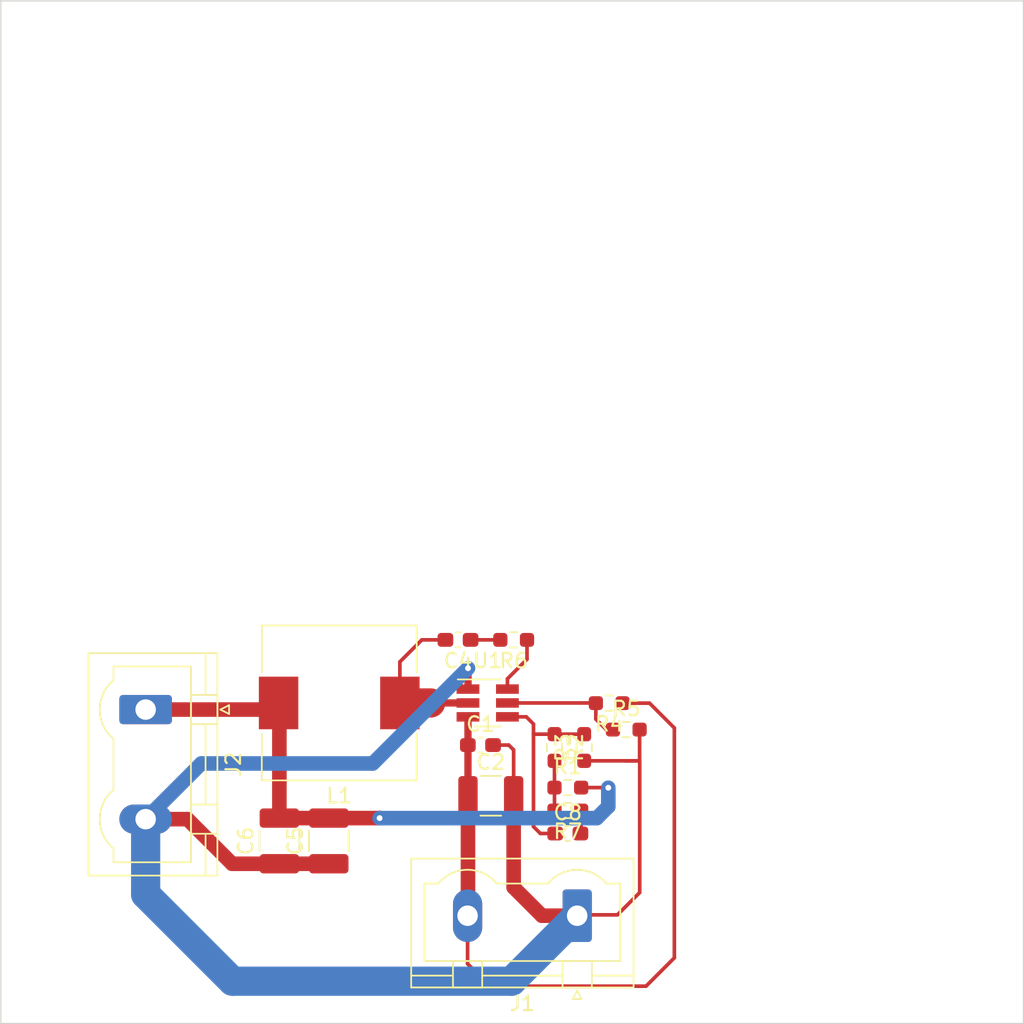
<source format=kicad_pcb>
(kicad_pcb (version 20221018) (generator pcbnew)
  (layers (0 "F.Cu" signal) (31 "B.Cu" signal) (34 "B.Paste" user) (35 "F.Paste" user) (36 "B.SilkS" user "B.Silkscreen") (37 "F.SilkS" user "F.Silkscreen") (38 "B.Mask" user) (39 "F.Mask" user) (44 "Edge.Cuts" user))
  (net 0 "")
  (net 1 "/VIN")
  (net 2 "GND")
  (net 3 "Net-(C4-Pad1)")
  (net 4 "/SW")
  (net 5 "Net-(J2-Pin_1)")
  (net 6 "/VSENSE")
  (net 7 "Net-(C8-Pad2)")
  (net 8 "Net-(R1-Pad1)")
  (net 9 "/EN")
  (net 10 "/BOOT")
  (footprint "Resistor_SMD:R_0603_1608Metric_Pad0.98x0.95mm_HandSolder" (layer "F.Cu") (at 72.898 86.106 -90)
    (fp_text reference "R2" (at 0 -1.43 90) (layer "F.SilkS"))
    (fp_text value "100k")
    (fp_line (start -0.254724 -0.5225) (end 0.254724 -0.5225) (stroke (width 0.12)) (layer "F.SilkS"))
    (fp_line (start -0.254724 0.5225) (end 0.254724 0.5225) (stroke (width 0.12)) (layer "F.SilkS"))
    (pad "1" smd roundrect (at -0.9125 0 270) (size 0.975 0.95) (layers "F.Cu" "F.Paste" "F.Mask") (net 6 "/VSENSE"))
    (pad "2" smd roundrect (at 0.9125 0 270) (size 0.975 0.95) (layers "F.Cu" "F.Paste" "F.Mask") (net 8 "Net-(R1-Pad1)"))
  )
  (footprint "Capacitor_SMD:C_1210_3225Metric_Pad1.33x2.70mm_HandSolder" (layer "F.Cu") (at 57.45 92.5 90)
    (fp_text reference "C5" (at 0 -2.3 90) (layer "F.SilkS"))
    (fp_text value "22uF")
    (fp_line (start -0.711252 -1.36) (end 0.711252 -1.36) (stroke (width 0.12)) (layer "F.SilkS"))
    (fp_line (start -0.711252 1.36) (end 0.711252 1.36) (stroke (width 0.12)) (layer "F.SilkS"))
    (pad "1" smd roundrect (at -1.5625 0 90) (size 1.325 2.7) (layers "F.Cu" "F.Paste" "F.Mask") (roundrect_rratio 0.188679) (net 2 "GND"))
    (pad "2" smd roundrect (at 1.5625 0 90) (size 1.325 2.7) (layers "F.Cu" "F.Paste" "F.Mask") (roundrect_rratio 0.188679) (net 5 "Net-(J2-Pin_1)"))
  )
  (footprint "Connector_Phoenix_GMSTB:PhoenixContact_GMSTBVA_2,5_2-G_1x02_P7.50mm_Vertical" (layer "F.Cu") (at 70.76 97.6175 180)
    (fp_text reference "J1" (at 0.06 -6) (layer "F.SilkS"))
    (fp_text value "Conn_01x02")
    (fp_line (start -7.55 -4.91) (end -7.55 3.91) (stroke (width 0.12)) (layer "F.SilkS"))
    (fp_line (start -7.55 -4.1) (end -4.8 -4.1) (stroke (width 0.12)) (layer "F.SilkS"))
    (fp_line (start -7.55 3.91) (end 7.67 3.91) (stroke (width 0.12)) (layer "F.SilkS"))
    (fp_line (start -6.64 -3.1) (end 6.76 -3.1) (stroke (width 0.12)) (layer "F.SilkS"))
    (fp_line (start -6.64 2.2) (end -6.64 -3.1) (stroke (width 0.12)) (layer "F.SilkS"))
    (fp_line (start -5.69 2.2) (end -6.64 2.2) (stroke (width 0.12)) (layer "F.SilkS"))
    (fp_line (start -4.69 -4.91) (end -2.69 -4.91) (stroke (width 0.12)) (layer "F.SilkS"))
    (fp_line (start -4.69 -3.1) (end -4.69 -4.91) (stroke (width 0.12)) (layer "F.SilkS"))
    (fp_line (start -3.99 -5.71) (end -3.39 -5.71) (stroke (width 0.12)) (layer "F.SilkS"))
    (fp_line (start -3.69 -5.11) (end -3.99 -5.71) (stroke (width 0.12)) (layer "F.SilkS"))
    (fp_line (start -3.39 -5.71) (end -3.69 -5.11) (stroke (width 0.12)) (layer "F.SilkS"))
    (fp_line (start -2.69 -4.91) (end -2.69 -3.1) (stroke (width 0.12)) (layer "F.SilkS"))
    (fp_line (start -2.69 -4.1) (end 2.81 -4.1) (stroke (width 0.12)) (layer "F.SilkS"))
    (fp_line (start -2.69 -3.1) (end -4.69 -3.1) (stroke (width 0.12)) (layer "F.SilkS"))
    (fp_line (start -1.69 2.2) (end 1.81 2.2) (stroke (width 0.12)) (layer "F.SilkS"))
    (fp_line (start 2.81 -4.91) (end 4.81 -4.91) (stroke (width 0.12)) (layer "F.SilkS"))
    (fp_line (start 2.81 -3.1) (end 2.81 -4.91) (stroke (width 0.12)) (layer "F.SilkS"))
    (fp_line (start 4.81 -4.91) (end 4.81 -3.1) (stroke (width 0.12)) (layer "F.SilkS"))
    (fp_line (start 4.81 -3.1) (end 2.81 -3.1) (stroke (width 0.12)) (layer "F.SilkS"))
    (fp_line (start 6.76 -3.1) (end 6.76 2.2) (stroke (width 0.12)) (layer "F.SilkS"))
    (fp_line (start 6.76 2.2) (end 5.81 2.2) (stroke (width 0.12)) (layer "F.SilkS"))
    (fp_line (start 7.67 -4.91) (end -7.55 -4.91) (stroke (width 0.12)) (layer "F.SilkS"))
    (fp_line (start 7.67 -4.1) (end 4.92 -4.1) (stroke (width 0.12)) (layer "F.SilkS"))
    (fp_line (start 7.67 3.91) (end 7.67 -4.91) (stroke (width 0.12)) (layer "F.SilkS"))
    (fp_arc (start -1.703158 2.215821) (mid -3.700289 3.142758) (end -5.69 2.2) (stroke (width 0.12)) (layer "F.SilkS"))
    (fp_arc (start 5.796842 2.215821) (mid 3.799711 3.142758) (end 1.81 2.2) (stroke (width 0.12)) (layer "F.SilkS"))
    (pad "1" thru_hole roundrect (at -3.69 0 180) (size 2 3.6) (drill 1.4) (layers "*.Cu" "*.Mask") (roundrect_rratio 0.125) (net 2 "GND"))
    (pad "2" thru_hole oval (at 3.81 0 180) (size 2 3.6) (drill 1.4) (layers "*.Cu" "*.Mask") (net 1 "/VIN"))
  )
  (footprint "Resistor_SMD:R_0603_1608Metric_Pad0.98x0.95mm_HandSolder" (layer "F.Cu") (at 76.64 83.07 180)
    (fp_text reference "R4" (at 0 -1.43 180) (layer "F.SilkS"))
    (fp_text value "510k")
    (fp_line (start -0.254724 -0.5225) (end 0.254724 -0.5225) (stroke (width 0.12)) (layer "F.SilkS"))
    (fp_line (start -0.254724 0.5225) (end 0.254724 0.5225) (stroke (width 0.12)) (layer "F.SilkS"))
    (pad "1" smd roundrect (at -0.9125 0 180) (size 0.975 0.95) (layers "F.Cu" "F.Paste" "F.Mask") (net 1 "/VIN"))
    (pad "2" smd roundrect (at 0.9125 0 180) (size 0.975 0.95) (layers "F.Cu" "F.Paste" "F.Mask") (net 9 "/EN"))
  )
  (footprint "Resistor_SMD:R_0603_1608Metric_Pad0.98x0.95mm_HandSolder" (layer "F.Cu") (at 74.93 86.106 90)
    (fp_text reference "R3" (at 0 -1.43 90) (layer "F.SilkS"))
    (fp_text value "13.3k")
    (fp_line (start -0.254724 -0.5225) (end 0.254724 -0.5225) (stroke (width 0.12)) (layer "F.SilkS"))
    (fp_line (start -0.254724 0.5225) (end 0.254724 0.5225) (stroke (width 0.12)) (layer "F.SilkS"))
    (pad "1" smd roundrect (at -0.9125 0 90) (size 0.975 0.95) (layers "F.Cu" "F.Paste" "F.Mask") (net 2 "GND"))
    (pad "2" smd roundrect (at 0.9125 0 90) (size 0.975 0.95) (layers "F.Cu" "F.Paste" "F.Mask") (net 6 "/VSENSE"))
  )
  (footprint "Capacitor_SMD:C_0603_1608Metric_Pad1.08x0.95mm_HandSolder" (layer "F.Cu") (at 67.83 85.94)
    (fp_text reference "C1" (at 0 -1.43) (layer "F.SilkS"))
    (fp_text value "0.1uF")
    (fp_line (start -0.146267 -0.51) (end 0.146267 -0.51) (stroke (width 0.12)) (layer "F.SilkS"))
    (fp_line (start -0.146267 0.51) (end 0.146267 0.51) (stroke (width 0.12)) (layer "F.SilkS"))
    (pad "1" smd roundrect (at -0.8625 0) (size 1.075 0.95) (layers "F.Cu" "F.Paste" "F.Mask") (net 1 "/VIN"))
    (pad "2" smd roundrect (at 0.8625 0) (size 1.075 0.95) (layers "F.Cu" "F.Paste" "F.Mask") (net 2 "GND"))
  )
  (footprint "Inductor_SMD:L_10.4x10.4_H4.8" (layer "F.Cu") (at 58.166 83.058 180)
    (fp_text reference "L1" (at 0 -6.35) (layer "F.SilkS"))
    (fp_text value "15uH")
    (fp_line (start -5.3 -5.3) (end 5.3 -5.3) (stroke (width 0.12)) (layer "F.SilkS"))
    (fp_line (start -5.3 -2.1) (end -5.3 -5.3) (stroke (width 0.12)) (layer "F.SilkS"))
    (fp_line (start -5.3 5.3) (end -5.3 2.1) (stroke (width 0.12)) (layer "F.SilkS"))
    (fp_line (start 5.3 -5.3) (end 5.3 -2.1) (stroke (width 0.12)) (layer "F.SilkS"))
    (fp_line (start 5.3 2.1) (end 5.3 5.3) (stroke (width 0.12)) (layer "F.SilkS"))
    (fp_line (start 5.3 5.3) (end -5.3 5.3) (stroke (width 0.12)) (layer "F.SilkS"))
    (pad "1" smd rect (at -4.15 0 180) (size 2.7 3.6) (layers "F.Cu" "F.Paste" "F.Mask") (net 4 "/SW"))
    (pad "2" smd rect (at 4.15 0 180) (size 2.7 3.6) (layers "F.Cu" "F.Paste" "F.Mask") (net 5 "Net-(J2-Pin_1)"))
  )
  (footprint "Resistor_SMD:R_0603_1608Metric_Pad0.98x0.95mm_HandSolder" (layer "F.Cu") (at 77.81 84.88)
    (fp_text reference "R5" (at 0 -1.43) (layer "F.SilkS"))
    (fp_text value "105k")
    (fp_line (start -0.254724 -0.5225) (end 0.254724 -0.5225) (stroke (width 0.12)) (layer "F.SilkS"))
    (fp_line (start -0.254724 0.5225) (end 0.254724 0.5225) (stroke (width 0.12)) (layer "F.SilkS"))
    (pad "1" smd roundrect (at -0.9125 0) (size 0.975 0.95) (layers "F.Cu" "F.Paste" "F.Mask") (net 9 "/EN"))
    (pad "2" smd roundrect (at 0.9125 0) (size 0.975 0.95) (layers "F.Cu" "F.Paste" "F.Mask") (net 2 "GND"))
  )
  (footprint "Resistor_SMD:R_0603_1608Metric_Pad0.98x0.95mm_HandSolder" (layer "F.Cu") (at 73.81 88.85)
    (fp_text reference "R1" (at 0 -1.43) (layer "F.SilkS"))
    (fp_text value "49.9")
    (fp_line (start -0.254724 -0.5225) (end 0.254724 -0.5225) (stroke (width 0.12)) (layer "F.SilkS"))
    (fp_line (start -0.254724 0.5225) (end 0.254724 0.5225) (stroke (width 0.12)) (layer "F.SilkS"))
    (pad "1" smd roundrect (at -0.9125 0) (size 0.975 0.95) (layers "F.Cu" "F.Paste" "F.Mask") (net 8 "Net-(R1-Pad1)"))
    (pad "2" smd roundrect (at 0.9125 0) (size 0.975 0.95) (layers "F.Cu" "F.Paste" "F.Mask") (net 5 "Net-(J2-Pin_1)"))
  )
  (footprint "Capacitor_SMD:C_1210_3225Metric_Pad1.33x2.70mm_HandSolder" (layer "F.Cu") (at 68.54 89.41)
    (fp_text reference "C2" (at 0 -2.3) (layer "F.SilkS"))
    (fp_text value "10uF")
    (fp_line (start -0.711252 -1.36) (end 0.711252 -1.36) (stroke (width 0.12)) (layer "F.SilkS"))
    (fp_line (start -0.711252 1.36) (end 0.711252 1.36) (stroke (width 0.12)) (layer "F.SilkS"))
    (pad "1" smd roundrect (at -1.5625 0) (size 1.325 2.7) (layers "F.Cu" "F.Paste" "F.Mask") (roundrect_rratio 0.188679) (net 1 "/VIN"))
    (pad "2" smd roundrect (at 1.5625 0) (size 1.325 2.7) (layers "F.Cu" "F.Paste" "F.Mask") (roundrect_rratio 0.188679) (net 2 "GND"))
  )
  (footprint "Package_TO_SOT_SMD:SOT-23-6_Handsoldering" (layer "F.Cu") (at 68.326 83.058)
    (fp_text reference "U1" (at 0 -2.9) (layer "F.SilkS"))
    (fp_text value "~")
    (fp_line (start -0.9 1.61) (end 0.9 1.61) (stroke (width 0.12)) (layer "F.SilkS"))
    (fp_line (start 0.9 -1.61) (end -2.05 -1.61) (stroke (width 0.12)) (layer "F.SilkS"))
    (pad "1" smd rect (at -1.35 -0.95) (size 1.56 0.65) (layers "F.Cu" "F.Paste" "F.Mask") (net 2 "GND"))
    (pad "2" smd rect (at -1.35 0) (size 1.56 0.65) (layers "F.Cu" "F.Paste" "F.Mask") (net 4 "/SW"))
    (pad "3" smd rect (at -1.35 0.95) (size 1.56 0.65) (layers "F.Cu" "F.Paste" "F.Mask") (net 1 "/VIN"))
    (pad "4" smd rect (at 1.35 0.95) (size 1.56 0.65) (layers "F.Cu" "F.Paste" "F.Mask") (net 6 "/VSENSE"))
    (pad "5" smd rect (at 1.35 0) (size 1.56 0.65) (layers "F.Cu" "F.Paste" "F.Mask") (net 9 "/EN"))
    (pad "6" smd rect (at 1.35 -0.95) (size 1.56 0.65) (layers "F.Cu" "F.Paste" "F.Mask") (net 10 "/BOOT"))
  )
  (footprint "Capacitor_SMD:C_0603_1608Metric_Pad1.08x0.95mm_HandSolder" (layer "F.Cu") (at 66.294 78.74 180)
    (fp_text reference "C4" (at 0 -1.43) (layer "F.SilkS"))
    (fp_text value "0.1uF")
    (fp_line (start -0.146267 -0.51) (end 0.146267 -0.51) (stroke (width 0.12)) (layer "F.SilkS"))
    (fp_line (start -0.146267 0.51) (end 0.146267 0.51) (stroke (width 0.12)) (layer "F.SilkS"))
    (pad "1" smd roundrect (at -0.8625 0 180) (size 1.075 0.95) (layers "F.Cu" "F.Paste" "F.Mask") (net 3 "Net-(C4-Pad1)"))
    (pad "2" smd roundrect (at 0.8625 0 180) (size 1.075 0.95) (layers "F.Cu" "F.Paste" "F.Mask") (net 4 "/SW"))
  )
  (footprint "Resistor_SMD:R_0603_1608Metric_Pad0.98x0.95mm_HandSolder" (layer "F.Cu") (at 70.104 78.74 180)
    (fp_text reference "R6" (at 0 -1.43) (layer "F.SilkS"))
    (fp_text value "0")
    (fp_line (start -0.254724 -0.5225) (end 0.254724 -0.5225) (stroke (width 0.12)) (layer "F.SilkS"))
    (fp_line (start -0.254724 0.5225) (end 0.254724 0.5225) (stroke (width 0.12)) (layer "F.SilkS"))
    (pad "1" smd roundrect (at -0.9125 0 180) (size 0.975 0.95) (layers "F.Cu" "F.Paste" "F.Mask") (net 10 "/BOOT"))
    (pad "2" smd roundrect (at 0.9125 0 180) (size 0.975 0.95) (layers "F.Cu" "F.Paste" "F.Mask") (net 3 "Net-(C4-Pad1)"))
  )
  (footprint "Capacitor_SMD:C_0603_1608Metric_Pad1.08x0.95mm_HandSolder" (layer "F.Cu") (at 73.81 91.99)
    (fp_text reference "C8" (at 0 -1.43) (layer "F.SilkS"))
    (fp_text value "75pF")
    (fp_line (start -0.146267 -0.51) (end 0.146267 -0.51) (stroke (width 0.12)) (layer "F.SilkS"))
    (fp_line (start -0.146267 0.51) (end 0.146267 0.51) (stroke (width 0.12)) (layer "F.SilkS"))
    (pad "1" smd roundrect (at -0.8625 0) (size 1.075 0.95) (layers "F.Cu" "F.Paste" "F.Mask") (net 6 "/VSENSE"))
    (pad "2" smd roundrect (at 0.8625 0) (size 1.075 0.95) (layers "F.Cu" "F.Paste" "F.Mask") (net 7 "Net-(C8-Pad2)"))
  )
  (footprint "Capacitor_SMD:C_1210_3225Metric_Pad1.33x2.70mm_HandSolder" (layer "F.Cu") (at 54.07 92.5 90)
    (fp_text reference "C6" (at 0 -2.3 90) (layer "F.SilkS"))
    (fp_text value "22uF")
    (fp_line (start -0.711252 -1.36) (end 0.711252 -1.36) (stroke (width 0.12)) (layer "F.SilkS"))
    (fp_line (start -0.711252 1.36) (end 0.711252 1.36) (stroke (width 0.12)) (layer "F.SilkS"))
    (pad "1" smd roundrect (at -1.5625 0 90) (size 1.325 2.7) (layers "F.Cu" "F.Paste" "F.Mask") (roundrect_rratio 0.188679) (net 2 "GND"))
    (pad "2" smd roundrect (at 1.5625 0 90) (size 1.325 2.7) (layers "F.Cu" "F.Paste" "F.Mask") (roundrect_rratio 0.188679) (net 5 "Net-(J2-Pin_1)"))
  )
  (footprint "Resistor_SMD:R_0603_1608Metric_Pad0.98x0.95mm_HandSolder" (layer "F.Cu") (at 73.81 90.42 180)
    (fp_text reference "R7" (at 0 -1.43) (layer "F.SilkS"))
    (fp_text value "0")
    (fp_line (start -0.254724 -0.5225) (end 0.254724 -0.5225) (stroke (width 0.12)) (layer "F.SilkS"))
    (fp_line (start -0.254724 0.5225) (end 0.254724 0.5225) (stroke (width 0.12)) (layer "F.SilkS"))
    (pad "1" smd roundrect (at -0.9125 0 180) (size 0.975 0.95) (layers "F.Cu" "F.Paste" "F.Mask") (net 7 "Net-(C8-Pad2)"))
    (pad "2" smd roundrect (at 0.9125 0 180) (size 0.975 0.95) (layers "F.Cu" "F.Paste" "F.Mask") (net 8 "Net-(R1-Pad1)"))
  )
  (footprint "Connector_Phoenix_GMSTB:PhoenixContact_GMSTBVA_2,5_2-G_1x02_P7.50mm_Vertical" (layer "F.Cu") (at 44.9175 87.2 -90)
    (fp_text reference "J2" (at 0.06 -6 90) (layer "F.SilkS"))
    (fp_text value "Conn_01x02")
    (fp_line (start -7.55 -4.91) (end -7.55 3.91) (stroke (width 0.12)) (layer "F.SilkS"))
    (fp_line (start -7.55 -4.1) (end -4.8 -4.1) (stroke (width 0.12)) (layer "F.SilkS"))
    (fp_line (start -7.55 3.91) (end 7.67 3.91) (stroke (width 0.12)) (layer "F.SilkS"))
    (fp_line (start -6.64 -3.1) (end 6.76 -3.1) (stroke (width 0.12)) (layer "F.SilkS"))
    (fp_line (start -6.64 2.2) (end -6.64 -3.1) (stroke (width 0.12)) (layer "F.SilkS"))
    (fp_line (start -5.69 2.2) (end -6.64 2.2) (stroke (width 0.12)) (layer "F.SilkS"))
    (fp_line (start -4.69 -4.91) (end -2.69 -4.91) (stroke (width 0.12)) (layer "F.SilkS"))
    (fp_line (start -4.69 -3.1) (end -4.69 -4.91) (stroke (width 0.12)) (layer "F.SilkS"))
    (fp_line (start -3.99 -5.71) (end -3.39 -5.71) (stroke (width 0.12)) (layer "F.SilkS"))
    (fp_line (start -3.69 -5.11) (end -3.99 -5.71) (stroke (width 0.12)) (layer "F.SilkS"))
    (fp_line (start -3.39 -5.71) (end -3.69 -5.11) (stroke (width 0.12)) (layer "F.SilkS"))
    (fp_line (start -2.69 -4.91) (end -2.69 -3.1) (stroke (width 0.12)) (layer "F.SilkS"))
    (fp_line (start -2.69 -4.1) (end 2.81 -4.1) (stroke (width 0.12)) (layer "F.SilkS"))
    (fp_line (start -2.69 -3.1) (end -4.69 -3.1) (stroke (width 0.12)) (layer "F.SilkS"))
    (fp_line (start -1.69 2.2) (end 1.81 2.2) (stroke (width 0.12)) (layer "F.SilkS"))
    (fp_line (start 2.81 -4.91) (end 4.81 -4.91) (stroke (width 0.12)) (layer "F.SilkS"))
    (fp_line (start 2.81 -3.1) (end 2.81 -4.91) (stroke (width 0.12)) (layer "F.SilkS"))
    (fp_line (start 4.81 -4.91) (end 4.81 -3.1) (stroke (width 0.12)) (layer "F.SilkS"))
    (fp_line (start 4.81 -3.1) (end 2.81 -3.1) (stroke (width 0.12)) (layer "F.SilkS"))
    (fp_line (start 6.76 -3.1) (end 6.76 2.2) (stroke (width 0.12)) (layer "F.SilkS"))
    (fp_line (start 6.76 2.2) (end 5.81 2.2) (stroke (width 0.12)) (layer "F.SilkS"))
    (fp_line (start 7.67 -4.91) (end -7.55 -4.91) (stroke (width 0.12)) (layer "F.SilkS"))
    (fp_line (start 7.67 -4.1) (end 4.92 -4.1) (stroke (width 0.12)) (layer "F.SilkS"))
    (fp_line (start 7.67 3.91) (end 7.67 -4.91) (stroke (width 0.12)) (layer "F.SilkS"))
    (fp_arc (start -1.703158 2.215821) (mid -3.700289 3.142758) (end -5.69 2.2) (stroke (width 0.12)) (layer "F.SilkS"))
    (fp_arc (start 5.796842 2.215821) (mid 3.799711 3.142758) (end 1.81 2.2) (stroke (width 0.12)) (layer "F.SilkS"))
    (pad "1" thru_hole roundrect (at -3.69 0 270) (size 2 3.6) (drill 1.4) (layers "*.Cu" "*.Mask") (roundrect_rratio 0.125) (net 5 "Net-(J2-Pin_1)"))
    (pad "2" thru_hole oval (at 3.81 0 270) (size 2 3.6) (drill 1.4) (layers "*.Cu" "*.Mask") (net 2 "GND"))
  )
  (gr_rect (start 35 35) (end 105 105) (stroke (width 0.1)) (fill none) (layer "Edge.Cuts"))
  (segment (start 66.9775 97.59) (end 66.9775 89.41) (width 1) (layer "F.Cu") (net 1))
  (segment (start 66.95 100.91) (end 68.48 102.44) (width 0.25) (layer "F.Cu") (net 1))
  (segment (start 81.1 100.5) (end 81.1 84.77) (width 0.25) (layer "F.Cu") (net 1))
  (segment (start 66.976 84.008) (end 66.976 89.4085) (width 0.5) (layer "F.Cu") (net 1))
  (segment (start 79.16 102.44) (end 81.1 100.5) (width 0.25) (layer "F.Cu") (net 1))
  (segment (start 66.976 89.4085) (end 66.9775 89.41) (width 0.25) (layer "F.Cu") (net 1))
  (segment (start 79.4 83.07) (end 77.5525 83.07) (width 0.25) (layer "F.Cu") (net 1))
  (segment (start 66.95 97.6175) (end 66.95 100.91) (width 0.25) (layer "F.Cu") (net 1))
  (segment (start 81.1 84.77) (end 79.4 83.07) (width 0.25) (layer "F.Cu") (net 1))
  (segment (start 66.95 97.6175) (end 66.9775 97.59) (width 0.25) (layer "F.Cu") (net 1))
  (segment (start 68.48 102.44) (end 79.16 102.44) (width 0.25) (layer "F.Cu") (net 1))
  (segment (start 44.9175 91.01) (end 47.78 91.01) (width 1) (layer "F.Cu") (net 2))
  (segment (start 70.1025 86.2725) (end 70.1025 89.41) (width 0.25) (layer "F.Cu") (net 2))
  (segment (start 50.8325 94.0625) (end 54.07 94.0625) (width 1) (layer "F.Cu") (net 2))
  (segment (start 78.7225 87.0185) (end 77.7585 87.0185) (width 0.25) (layer "F.Cu") (net 2))
  (segment (start 70.1025 95.6825) (end 72.0375 97.6175) (width 1) (layer "F.Cu") (net 2))
  (segment (start 47.78 91.01) (end 50.8325 94.0625) (width 1) (layer "F.Cu") (net 2))
  (segment (start 70.1025 89.41) (end 70.1025 95.6825) (width 1) (layer "F.Cu") (net 2))
  (segment (start 77.7585 87.0185) (end 78.73 87.0185) (width 0.25) (layer "F.Cu") (net 2))
  (segment (start 68.6925 85.94) (end 69.77 85.94) (width 0.25) (layer "F.Cu") (net 2))
  (segment (start 69.77 85.94) (end 70.1025 86.2725) (width 0.25) (layer "F.Cu") (net 2))
  (segment (start 57.45 94.0625) (end 54.07 94.0625) (width 1) (layer "F.Cu") (net 2))
  (segment (start 66.98 82.104) (end 66.98 80.68) (width 0.5) (layer "F.Cu") (net 2))
  (segment (start 66.976 82.108) (end 66.98 82.104) (width 0.25) (layer "F.Cu") (net 2))
  (segment (start 74.93 87.0185) (end 77.7585 87.0185) (width 0.25) (layer "F.Cu") (net 2))
  (segment (start 66.98 80.68) (end 66.98 80.65) (width 0.5) (layer "F.Cu") (net 2))
  (segment (start 78.7225 84.88) (end 78.7225 87.0185) (width 0.25) (layer "F.Cu") (net 2))
  (segment (start 74.5075 97.56) (end 74.45 97.6175) (width 0.25) (layer "F.Cu") (net 2))
  (segment (start 78.73 87.0185) (end 78.73 96.03) (width 0.25) (layer "F.Cu") (net 2))
  (segment (start 72.0375 97.6175) (end 74.45 97.6175) (width 1) (layer "F.Cu") (net 2))
  (segment (start 77.2 97.56) (end 74.5075 97.56) (width 0.25) (layer "F.Cu") (net 2))
  (segment (start 78.73 96.03) (end 77.2 97.56) (width 0.25) (layer "F.Cu") (net 2))
  (via (at 66.98 80.68) (size 0.8) (drill 0.4) (layers "F.Cu" "B.Cu") (net 2))
  (segment (start 69.9675 102.1) (end 74.45 97.6175) (width 2) (layer "B.Cu") (net 2))
  (segment (start 60.46 87.2) (end 48.7275 87.2) (width 1) (layer "B.Cu") (net 2))
  (segment (start 44.9175 91.01) (end 44.9175 96.1575) (width 2) (layer "B.Cu") (net 2))
  (segment (start 48.7275 87.2) (end 44.9175 91.01) (width 1) (layer "B.Cu") (net 2))
  (segment (start 50.86 102.1) (end 69.9675 102.1) (width 2) (layer "B.Cu") (net 2))
  (segment (start 66.98 80.68) (end 60.46 87.2) (width 1) (layer "B.Cu") (net 2))
  (segment (start 44.9175 96.1575) (end 50.86 102.1) (width 2) (layer "B.Cu") (net 2))
  (segment (start 69.1915 78.74) (end 67.1565 78.74) (width 0.25) (layer "F.Cu") (net 3))
  (segment (start 63.82 78.74) (end 62.316 80.244) (width 0.25) (layer "F.Cu") (net 4))
  (segment (start 66.976 83.058) (end 64.422 83.058) (width 0.5) (layer "F.Cu") (net 4))
  (segment (start 64.44 83.04) (end 64.422 83.058) (width 0.5) (layer "F.Cu") (net 4))
  (segment (start 65.4315 78.74) (end 63.82 78.74) (width 0.25) (layer "F.Cu") (net 4))
  (segment (start 64.422 83.058) (end 62.316 83.058) (width 2) (layer "F.Cu") (net 4))
  (segment (start 62.316 80.244) (end 62.316 83.058) (width 0.25) (layer "F.Cu") (net 4))
  (segment (start 53.564 83.51) (end 54.016 83.058) (width 0.25) (layer "F.Cu") (net 5))
  (segment (start 74.7225 88.85) (end 76.51 88.85) (width 0.25) (layer "F.Cu") (net 5))
  (segment (start 76.53 88.85) (end 76.52 88.85) (width 0.25) (layer "F.Cu") (net 5))
  (segment (start 54.07 90.9375) (end 54.07 83.112) (width 1) (layer "F.Cu") (net 5))
  (segment (start 76.58 88.86) (end 76.53 88.85) (width 0.25) (layer "F.Cu") (net 5))
  (segment (start 76.51 88.85) (end 76.58 88.86) (width 0.25) (layer "F.Cu") (net 5))
  (segment (start 57.45 90.9375) (end 60.9275 90.9375) (width 1) (layer "F.Cu") (net 5))
  (segment (start 60.93 90.94) (end 60.9325 90.9375) (width 1) (layer "F.Cu") (net 5))
  (segment (start 60.9275 90.9375) (end 60.93 90.94) (width 1) (layer "F.Cu") (net 5))
  (segment (start 54.07 90.9375) (end 57.45 90.9375) (width 1) (layer "F.Cu") (net 5))
  (segment (start 60.9325 90.9375) (end 60.9525 90.9375) (width 1) (layer "F.Cu") (net 5))
  (segment (start 54.07 83.112) (end 54.016 83.058) (width 0.25) (layer "F.Cu") (net 5))
  (segment (start 44.9175 83.51) (end 53.564 83.51) (width 1) (layer "F.Cu") (net 5))
  (via (at 60.93 90.94) (size 0.8) (drill 0.4) (layers "F.Cu" "B.Cu") (net 5))
  (via (at 76.58 88.86) (size 0.8) (drill 0.4) (layers "F.Cu" "B.Cu") (net 5))
  (segment (start 76.58 90.15) (end 76.58 88.86) (width 1) (layer "B.Cu") (net 5))
  (segment (start 75.79 90.94) (end 76.58 90.15) (width 1) (layer "B.Cu") (net 5))
  (segment (start 60.93 90.94) (end 75.79 90.94) (width 1) (layer "B.Cu") (net 5))
  (segment (start 71.46 91.52) (end 71.46 85.1935) (width 0.25) (layer "F.Cu") (net 6))
  (segment (start 71.46 85.1935) (end 72.898 85.1935) (width 0.25) (layer "F.Cu") (net 6))
  (segment (start 74.93 85.1935) (end 72.898 85.1935) (width 0.25) (layer "F.Cu") (net 6))
  (segment (start 72.9475 91.99) (end 71.93 91.99) (width 0.25) (layer "F.Cu") (net 6))
  (segment (start 71.93 91.99) (end 71.46 91.52) (width 0.25) (layer "F.Cu") (net 6))
  (segment (start 70.968 84.008) (end 69.676 84.008) (width 0.25) (layer "F.Cu") (net 6))
  (segment (start 71.46 84.5) (end 70.968 84.008) (width 0.25) (layer "F.Cu") (net 6))
  (segment (start 71.46 85.1935) (end 71.46 84.5) (width 0.25) (layer "F.Cu") (net 6))
  (segment (start 74.7225 91.94) (end 74.6725 91.99) (width 0.25) (layer "F.Cu") (net 7))
  (segment (start 74.7225 90.42) (end 74.7225 91.94) (width 0.25) (layer "F.Cu") (net 7))
  (segment (start 72.8975 88.85) (end 72.8975 87.019) (width 0.25) (layer "F.Cu") (net 8))
  (segment (start 72.8975 90.42) (end 72.8975 88.85) (width 0.25) (layer "F.Cu") (net 8))
  (segment (start 72.8975 87.019) (end 72.898 87.0185) (width 0.25) (layer "F.Cu") (net 8))
  (segment (start 76.8975 84.88) (end 76.44 84.88) (width 0.25) (layer "F.Cu") (net 9))
  (segment (start 69.676 83.058) (end 75.7155 83.058) (width 0.25) (layer "F.Cu") (net 9))
  (segment (start 75.7155 83.058) (end 75.7275 83.07) (width 0.25) (layer "F.Cu") (net 9))
  (segment (start 76.44 84.88) (end 75.7275 84.1675) (width 0.25) (layer "F.Cu") (net 9))
  (segment (start 75.7275 84.1675) (end 75.7275 83.07) (width 0.25) (layer "F.Cu") (net 9))
  (segment (start 69.676 81.404) (end 71.0165 80.0635) (width 0.25) (layer "F.Cu") (net 10))
  (segment (start 71.0165 80.0635) (end 71.0165 78.74) (width 0.25) (layer "F.Cu") (net 10))
  (segment (start 69.676 82.108) (end 69.676 81.404) (width 0.25) (layer "F.Cu") (net 10))
)
</source>
